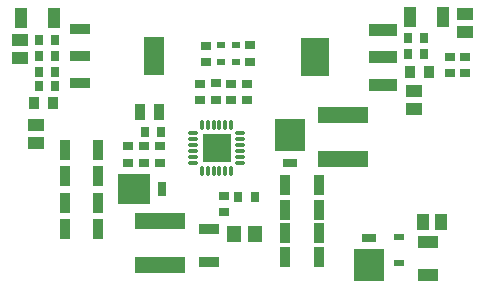
<source format=gtp>
G04*
G04 #@! TF.GenerationSoftware,Altium Limited,Altium Designer,19.0.15 (446)*
G04*
G04 Layer_Color=8421504*
%FSLAX25Y25*%
%MOIN*%
G70*
G01*
G75*
%ADD15R,0.07087X0.03937*%
%ADD16R,0.10000X0.10512*%
%ADD17R,0.05000X0.03000*%
%ADD18R,0.03268X0.02480*%
G04:AMPARAMS|DCode=19|XSize=125.98mil|YSize=68.9mil|CornerRadius=2.07mil|HoleSize=0mil|Usage=FLASHONLY|Rotation=90.000|XOffset=0mil|YOffset=0mil|HoleType=Round|Shape=RoundedRectangle|*
%AMROUNDEDRECTD19*
21,1,0.12598,0.06476,0,0,90.0*
21,1,0.12185,0.06890,0,0,90.0*
1,1,0.00413,0.03238,0.06093*
1,1,0.00413,0.03238,-0.06093*
1,1,0.00413,-0.03238,-0.06093*
1,1,0.00413,-0.03238,0.06093*
%
%ADD19ROUNDEDRECTD19*%
G04:AMPARAMS|DCode=20|XSize=35.43mil|YSize=68.9mil|CornerRadius=1.95mil|HoleSize=0mil|Usage=FLASHONLY|Rotation=90.000|XOffset=0mil|YOffset=0mil|HoleType=Round|Shape=RoundedRectangle|*
%AMROUNDEDRECTD20*
21,1,0.03543,0.06500,0,0,90.0*
21,1,0.03154,0.06890,0,0,90.0*
1,1,0.00390,0.03250,0.01577*
1,1,0.00390,0.03250,-0.01577*
1,1,0.00390,-0.03250,-0.01577*
1,1,0.00390,-0.03250,0.01577*
%
%ADD20ROUNDEDRECTD20*%
%ADD21R,0.03937X0.07087*%
%ADD22R,0.03543X0.03937*%
%ADD23R,0.02756X0.03543*%
%ADD24R,0.03543X0.02756*%
%ADD25R,0.09449X0.03937*%
%ADD26R,0.09449X0.12992*%
%ADD27R,0.16535X0.05512*%
%ADD28R,0.03740X0.06693*%
%ADD29R,0.06693X0.03740*%
%ADD30R,0.04528X0.05709*%
%ADD31R,0.03740X0.05315*%
%ADD32R,0.10512X0.10000*%
%ADD33R,0.03000X0.05000*%
%ADD34O,0.01102X0.03347*%
%ADD35O,0.03347X0.01102*%
%ADD36R,0.09646X0.09646*%
%ADD37R,0.03150X0.02362*%
%ADD38R,0.05472X0.03898*%
%ADD39R,0.03898X0.05472*%
D15*
X266535Y145669D02*
D03*
Y156693D02*
D03*
D16*
X246569Y148779D02*
D03*
X220472Y192241D02*
D03*
D17*
X246569Y158035D02*
D03*
X220472Y182985D02*
D03*
D18*
X256732Y158327D02*
D03*
Y149547D02*
D03*
D19*
X174902Y218524D02*
D03*
D20*
X150295Y209469D02*
D03*
Y218524D02*
D03*
Y227579D02*
D03*
D21*
X130709Y231122D02*
D03*
X141732D02*
D03*
X271496Y231496D02*
D03*
X260472D02*
D03*
D22*
X135039Y202776D02*
D03*
X141339D02*
D03*
X266772Y213386D02*
D03*
X260472D02*
D03*
D23*
X136614Y208681D02*
D03*
X142126D02*
D03*
X142126Y213386D02*
D03*
X136614D02*
D03*
X142126Y218524D02*
D03*
X136614D02*
D03*
X136614Y224035D02*
D03*
X142126D02*
D03*
X265197Y219291D02*
D03*
X259685D02*
D03*
X265197Y224409D02*
D03*
X259685D02*
D03*
X203150Y171653D02*
D03*
X208661D02*
D03*
X172047Y193228D02*
D03*
X177559D02*
D03*
D24*
X278583Y212795D02*
D03*
Y218307D02*
D03*
X273622Y218307D02*
D03*
Y212795D02*
D03*
X176969Y188504D02*
D03*
Y182992D02*
D03*
X171653Y182992D02*
D03*
Y188504D02*
D03*
X166535Y188504D02*
D03*
Y182992D02*
D03*
X205906Y209370D02*
D03*
Y203858D02*
D03*
X200787Y209370D02*
D03*
Y203858D02*
D03*
X195669Y209449D02*
D03*
Y203937D02*
D03*
X190551Y209370D02*
D03*
Y203858D02*
D03*
X207222Y222173D02*
D03*
Y216661D02*
D03*
X192323Y222047D02*
D03*
Y216535D02*
D03*
X198425Y166457D02*
D03*
Y171968D02*
D03*
D25*
X251417Y209055D02*
D03*
Y218110D02*
D03*
Y227165D02*
D03*
D26*
X228583Y218110D02*
D03*
D27*
X238189Y184370D02*
D03*
Y198937D02*
D03*
X177165Y148937D02*
D03*
Y163504D02*
D03*
D28*
X229921Y167323D02*
D03*
X218898D02*
D03*
X229921Y175652D02*
D03*
X218898D02*
D03*
X229921Y159449D02*
D03*
X218898D02*
D03*
X229921Y151575D02*
D03*
X218898D02*
D03*
X145276Y187323D02*
D03*
X156299D02*
D03*
X145276Y178661D02*
D03*
X156299D02*
D03*
X145276Y169606D02*
D03*
X156299D02*
D03*
X145276Y160945D02*
D03*
X156299D02*
D03*
D29*
X193307Y160945D02*
D03*
Y149921D02*
D03*
D30*
X201575Y159370D02*
D03*
X208661D02*
D03*
D31*
X170473Y199921D02*
D03*
X176772D02*
D03*
D32*
X168366Y174331D02*
D03*
D33*
X177622D02*
D03*
D34*
X190984Y180177D02*
D03*
X192953D02*
D03*
X194921D02*
D03*
X196890D02*
D03*
X198858D02*
D03*
X200827D02*
D03*
Y195728D02*
D03*
X198858D02*
D03*
X196890D02*
D03*
X194921D02*
D03*
X192953D02*
D03*
X190984D02*
D03*
D35*
X203681Y183031D02*
D03*
Y185000D02*
D03*
Y186969D02*
D03*
Y188937D02*
D03*
Y190905D02*
D03*
Y192874D02*
D03*
X188130D02*
D03*
Y190905D02*
D03*
Y188937D02*
D03*
Y186969D02*
D03*
Y185000D02*
D03*
Y183031D02*
D03*
D36*
X195905Y187953D02*
D03*
D37*
X202402Y222272D02*
D03*
Y216563D02*
D03*
X197378Y222272D02*
D03*
Y216563D02*
D03*
D38*
X130315Y223858D02*
D03*
Y217913D02*
D03*
X278583Y232500D02*
D03*
Y226555D02*
D03*
X135827Y189547D02*
D03*
Y195492D02*
D03*
X261811Y200965D02*
D03*
Y206909D02*
D03*
D39*
X264744Y163287D02*
D03*
X270689D02*
D03*
M02*

</source>
